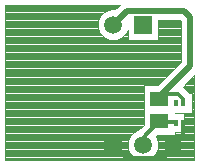
<source format=gbr>
G04 DipTrace 3.0.0.2*
G04 Bottom.gbr*
%MOIN*%
G04 #@! TF.FileFunction,Copper,L2,Bot*
G04 #@! TF.Part,Single*
G04 #@! TA.AperFunction,Conductor*
%ADD13C,0.019685*%
%ADD15C,0.012992*%
%ADD16C,0.011811*%
G04 #@! TA.AperFunction,CopperBalancing*
%ADD17C,0.003937*%
%ADD21R,0.059055X0.051181*%
G04 #@! TA.AperFunction,ComponentPad*
%ADD23R,0.059055X0.059055*%
%ADD24C,0.059055*%
%ADD27R,0.011811X0.020472*%
%FSLAX26Y26*%
G04*
G70*
G90*
G75*
G01*
G04 Bottom*
%LPD*%
X770394Y464094D2*
D15*
X785748Y479449D1*
Y447165D1*
X812520Y420394D1*
X938898D1*
X970394Y451890D1*
Y464094D1*
X1004646Y498346D1*
Y520591D1*
D16*
Y537323D1*
X924724Y542441D2*
D15*
X870394Y488110D1*
Y464094D1*
X979055Y537323D2*
D16*
X977087Y539291D1*
D15*
X924724D1*
Y542441D1*
X1004646Y603465D2*
Y617244D1*
X988110Y633780D1*
X924724D1*
Y617244D1*
D13*
X918425D1*
X1027874Y726693D1*
Y889291D1*
X1006220Y910945D1*
X817165D1*
X770315Y864094D1*
X412126Y927612D2*
D17*
X788695D1*
X412126Y923806D2*
X784889D1*
X412126Y920000D2*
X781083D1*
X412126Y916194D2*
X777277D1*
X412126Y912388D2*
X752501D1*
X412126Y908583D2*
X744296D1*
X412126Y904777D2*
X738606D1*
X412126Y900971D2*
X734200D1*
X412126Y897165D2*
X730655D1*
X412126Y893360D2*
X727741D1*
X412126Y889554D2*
X725342D1*
X412126Y885748D2*
X723373D1*
X412126Y881942D2*
X721782D1*
X412126Y878136D2*
X720544D1*
X922049D2*
X993889D1*
X412126Y874331D2*
X719613D1*
X922049D2*
X995842D1*
X412126Y870525D2*
X718990D1*
X922049D2*
X995842D1*
X412126Y866719D2*
X718652D1*
X922049D2*
X995842D1*
X412126Y862913D2*
X718598D1*
X922049D2*
X995842D1*
X412126Y859108D2*
X718829D1*
X922049D2*
X995842D1*
X412126Y855302D2*
X719344D1*
X922049D2*
X995842D1*
X412126Y851496D2*
X720151D1*
X922049D2*
X995842D1*
X412126Y847690D2*
X721274D1*
X922049D2*
X995842D1*
X412126Y843885D2*
X722727D1*
X922049D2*
X995842D1*
X412126Y840079D2*
X724550D1*
X816081D2*
X818578D1*
X922049D2*
X995842D1*
X412126Y836273D2*
X726772D1*
X813858D2*
X818584D1*
X922049D2*
X995842D1*
X412126Y832467D2*
X729479D1*
X811152D2*
X818584D1*
X922049D2*
X995842D1*
X412126Y828661D2*
X732770D1*
X807861D2*
X818584D1*
X922049D2*
X995842D1*
X412126Y824856D2*
X736815D1*
X803816D2*
X818584D1*
X922049D2*
X995842D1*
X412126Y821050D2*
X741943D1*
X798687D2*
X818584D1*
X922049D2*
X995842D1*
X412126Y817244D2*
X748925D1*
X791697D2*
X818584D1*
X922049D2*
X995842D1*
X412126Y813438D2*
X761582D1*
X779048D2*
X818584D1*
X922049D2*
X995842D1*
X412126Y809633D2*
X995842D1*
X412126Y805827D2*
X995842D1*
X412126Y802021D2*
X995842D1*
X412126Y798215D2*
X995842D1*
X412126Y794409D2*
X995842D1*
X412126Y790604D2*
X995842D1*
X412126Y786798D2*
X995842D1*
X412126Y782992D2*
X995842D1*
X412126Y779186D2*
X995842D1*
X412126Y775381D2*
X995842D1*
X412126Y771575D2*
X995842D1*
X412126Y767769D2*
X995842D1*
X412126Y763963D2*
X995842D1*
X412126Y760157D2*
X995842D1*
X412126Y756352D2*
X995842D1*
X412126Y752546D2*
X995842D1*
X412126Y748740D2*
X995842D1*
X412126Y744934D2*
X995842D1*
X412126Y741129D2*
X995842D1*
X412126Y737323D2*
X993366D1*
X412126Y733517D2*
X989560D1*
X412126Y729711D2*
X985753D1*
X412126Y725906D2*
X981947D1*
X412126Y722100D2*
X978141D1*
X412126Y718294D2*
X974335D1*
X412126Y714488D2*
X970528D1*
X412126Y710682D2*
X966722D1*
X412126Y706877D2*
X962916D1*
X412126Y703071D2*
X959109D1*
X412126Y699265D2*
X955303D1*
X412126Y695459D2*
X951497D1*
X412126Y691654D2*
X947698D1*
X1037976D2*
X1041264D1*
X412126Y687848D2*
X943892D1*
X1034169D2*
X1041264D1*
X412126Y684042D2*
X940086D1*
X1030363D2*
X1041264D1*
X412126Y680236D2*
X936279D1*
X1026557D2*
X1041264D1*
X412126Y676430D2*
X932473D1*
X1022751D2*
X1041264D1*
X412126Y672625D2*
X928667D1*
X1018944D2*
X1041264D1*
X412126Y668819D2*
X924861D1*
X1015138D2*
X1041264D1*
X412126Y665013D2*
X921054D1*
X1011332D2*
X1041264D1*
X412126Y661207D2*
X872995D1*
X1007525D2*
X1041264D1*
X412126Y657402D2*
X872995D1*
X1004080D2*
X1041264D1*
X412126Y653596D2*
X872995D1*
X1008702D2*
X1041264D1*
X412126Y649790D2*
X872995D1*
X1012508D2*
X1041264D1*
X412126Y645984D2*
X872995D1*
X1016314D2*
X1041264D1*
X412126Y642178D2*
X872995D1*
X1020121D2*
X1041264D1*
X412126Y638373D2*
X872995D1*
X1023927D2*
X1041264D1*
X412126Y634567D2*
X872995D1*
X1032755D2*
X1041264D1*
X412126Y630761D2*
X872995D1*
X1032755D2*
X1041264D1*
X412126Y626955D2*
X872995D1*
X1032755D2*
X1041264D1*
X412126Y623150D2*
X872995D1*
X1032755D2*
X1041264D1*
X412126Y619344D2*
X872995D1*
X1033254D2*
X1041264D1*
X412126Y615538D2*
X872995D1*
X1033331D2*
X1041264D1*
X412126Y611732D2*
X872995D1*
X1033331D2*
X1041264D1*
X412126Y607927D2*
X872995D1*
X1033331D2*
X1041264D1*
X412126Y604121D2*
X872995D1*
X1033331D2*
X1041264D1*
X412126Y600315D2*
X872995D1*
X1033154D2*
X1041264D1*
X412126Y596509D2*
X872995D1*
X1032755D2*
X1041264D1*
X412126Y592703D2*
X872995D1*
X1032755D2*
X1041264D1*
X412126Y588898D2*
X872995D1*
X1032755D2*
X1041264D1*
X412126Y585092D2*
X872995D1*
X1032755D2*
X1041264D1*
X412126Y581286D2*
X872995D1*
X1032755D2*
X1041264D1*
X412126Y577480D2*
X872995D1*
X1032755D2*
X1041264D1*
X412126Y573675D2*
X872995D1*
X1032755D2*
X1041264D1*
X412126Y569869D2*
X872995D1*
X976460D2*
X1041264D1*
X412126Y566063D2*
X872995D1*
X1007164D2*
X1041264D1*
X412126Y562257D2*
X872995D1*
X1007164D2*
X1041264D1*
X412126Y558451D2*
X872995D1*
X1007164D2*
X1041264D1*
X412126Y554646D2*
X872995D1*
X1007164D2*
X1041264D1*
X412126Y550840D2*
X872995D1*
X1007164D2*
X1041264D1*
X412126Y547034D2*
X872995D1*
X1007164D2*
X1041264D1*
X412126Y543228D2*
X872995D1*
X1007164D2*
X1041264D1*
X412126Y539423D2*
X872995D1*
X1007164D2*
X1041264D1*
X412126Y535617D2*
X872995D1*
X1007164D2*
X1041264D1*
X412126Y531811D2*
X872995D1*
X1007164D2*
X1041264D1*
X412126Y528005D2*
X869881D1*
X1007164D2*
X1041264D1*
X412126Y524199D2*
X866075D1*
X1007164D2*
X1041264D1*
X412126Y520394D2*
X862268D1*
X1007164D2*
X1041264D1*
X412126Y516588D2*
X858462D1*
X1007164D2*
X1041264D1*
X412126Y512782D2*
X853718D1*
X1007164D2*
X1041264D1*
X412126Y508976D2*
X845075D1*
X1007164D2*
X1041264D1*
X412126Y505171D2*
X839208D1*
X976460D2*
X1041264D1*
X412126Y501365D2*
X834694D1*
X976460D2*
X1041264D1*
X412126Y497559D2*
X831064D1*
X976460D2*
X1041264D1*
X412126Y493753D2*
X828096D1*
X916444D2*
X1041264D1*
X412126Y489948D2*
X825643D1*
X915144D2*
X1041264D1*
X412126Y486142D2*
X823636D1*
X917151D2*
X1041264D1*
X412126Y482336D2*
X822014D1*
X918774D2*
X1041264D1*
X412126Y478530D2*
X820730D1*
X920058D2*
X1041264D1*
X412126Y474724D2*
X819776D1*
X921011D2*
X1041264D1*
X412126Y470919D2*
X819115D1*
X921672D2*
X1041264D1*
X412126Y467113D2*
X818754D1*
X922034D2*
X1041264D1*
X412126Y463307D2*
X818669D1*
X922118D2*
X1041264D1*
X412126Y459501D2*
X818869D1*
X921919D2*
X1041264D1*
X412126Y455696D2*
X819353D1*
X921434D2*
X1041264D1*
X412126Y451890D2*
X820130D1*
X920657D2*
X1041264D1*
X412126Y448084D2*
X821222D1*
X919566D2*
X1041264D1*
X412126Y444278D2*
X822637D1*
X918151D2*
X1041264D1*
X412126Y440472D2*
X824421D1*
X916367D2*
X1041264D1*
X412126Y436667D2*
X826604D1*
X914183D2*
X1041264D1*
X412126Y432861D2*
X829257D1*
X911530D2*
X1041264D1*
X412126Y429055D2*
X832479D1*
X908308D2*
X1041264D1*
X412126Y425249D2*
X836432D1*
X904356D2*
X1041264D1*
X412126Y421444D2*
X841422D1*
X899365D2*
X1041264D1*
X412126Y417638D2*
X848150D1*
X892637D2*
X1041264D1*
X412126Y413832D2*
X859546D1*
X881241D2*
X1041264D1*
X921695Y462126D2*
X921393Y458202D1*
X920792Y454312D1*
X919894Y450480D1*
X918706Y446728D1*
X917233Y443077D1*
X915485Y439551D1*
X913472Y436168D1*
X911206Y432950D1*
X908700Y429915D1*
X905969Y427080D1*
X903029Y424464D1*
X899897Y422080D1*
X896591Y419943D1*
X893132Y418066D1*
X889539Y416459D1*
X885833Y415132D1*
X882036Y414093D1*
X878171Y413348D1*
X874261Y412902D1*
X870327Y412756D1*
X866395Y412912D1*
X862485Y413369D1*
X858622Y414124D1*
X854828Y415172D1*
X851126Y416509D1*
X847537Y418125D1*
X844082Y420011D1*
X840782Y422156D1*
X837656Y424548D1*
X834723Y427172D1*
X831999Y430014D1*
X829501Y433055D1*
X827243Y436279D1*
X825239Y439667D1*
X823500Y443198D1*
X822037Y446852D1*
X820858Y450608D1*
X819971Y454442D1*
X819379Y458334D1*
X819088Y462259D1*
X819098Y466195D1*
X819410Y470118D1*
X820021Y474007D1*
X820929Y477837D1*
X822127Y481586D1*
X823609Y485232D1*
X825366Y488755D1*
X827387Y492132D1*
X829662Y495344D1*
X832175Y498373D1*
X834914Y501200D1*
X837861Y503809D1*
X840999Y506185D1*
X844310Y508313D1*
X847775Y510182D1*
X851372Y511779D1*
X855081Y513096D1*
X855487Y513215D1*
X873383Y531132D1*
X873386Y664646D1*
X921098Y664682D1*
X996235Y739819D1*
X996220Y783780D1*
Y876199D1*
X993100Y879300D1*
X921659Y879291D1*
X921654Y812756D1*
X818976D1*
Y847735D1*
X817926Y844888D1*
X816314Y841297D1*
X814432Y837840D1*
X812291Y834537D1*
X809904Y831408D1*
X807283Y828471D1*
X804445Y825744D1*
X801407Y823242D1*
X798186Y820980D1*
X794801Y818971D1*
X791272Y817228D1*
X787620Y815760D1*
X783866Y814577D1*
X780032Y813684D1*
X776142Y813088D1*
X772217Y812791D1*
X768281Y812796D1*
X764357Y813103D1*
X760468Y813709D1*
X756636Y814612D1*
X752886Y815805D1*
X749237Y817282D1*
X745713Y819035D1*
X742333Y821052D1*
X739118Y823322D1*
X736086Y825832D1*
X733255Y828567D1*
X730642Y831510D1*
X728262Y834646D1*
X726130Y837954D1*
X724257Y841416D1*
X722655Y845011D1*
X721333Y848719D1*
X720299Y852516D1*
X719559Y856382D1*
X719117Y860293D1*
X718977Y864227D1*
X719138Y868160D1*
X719599Y872068D1*
X720359Y875930D1*
X721413Y879723D1*
X722754Y883423D1*
X724375Y887010D1*
X726265Y890463D1*
X728415Y893760D1*
X730811Y896883D1*
X733439Y899813D1*
X736284Y902533D1*
X739329Y905027D1*
X742556Y907281D1*
X745946Y909281D1*
X749479Y911015D1*
X753135Y912473D1*
X756892Y913647D1*
X760728Y914530D1*
X764620Y915116D1*
X768545Y915403D1*
X772481Y915387D1*
X776534Y915053D1*
X792882Y931427D1*
X411732Y931417D1*
Y411732D1*
X1041654D1*
Y695727D1*
X1003480Y657534D1*
X1004693Y656721D1*
X1006247Y655514D1*
X1008126Y653796D1*
X1024662Y637260D1*
X1026156Y635645D1*
X1026266Y635507D1*
X1032362Y635512D1*
Y622924D1*
X1032593Y621741D1*
X1032838Y619788D1*
X1032953Y617244D1*
Y603465D1*
X1032884Y601498D1*
X1032680Y599540D1*
X1032362Y597731D1*
Y571417D1*
X976068D1*
X976055Y569842D1*
X976929Y569370D1*
X1006772D1*
Y505276D1*
X976068D1*
X976063Y495039D1*
X917339D1*
X913808Y491492D1*
X915611Y488405D1*
X917341Y484870D1*
X918795Y481212D1*
X919964Y477454D1*
X920841Y473617D1*
X921423Y469724D1*
X921704Y465798D1*
X921695Y462126D1*
X1006772Y571422D2*
X976063Y571411D1*
Y569842D1*
D23*
X770394Y464094D3*
D24*
X870394D3*
X970394D3*
D23*
X870315Y864094D3*
D24*
X770315D3*
D27*
X979055Y537323D3*
X1004646D3*
X979055Y603465D3*
X1004646D3*
D21*
X924724Y542441D3*
Y617244D3*
M02*

</source>
